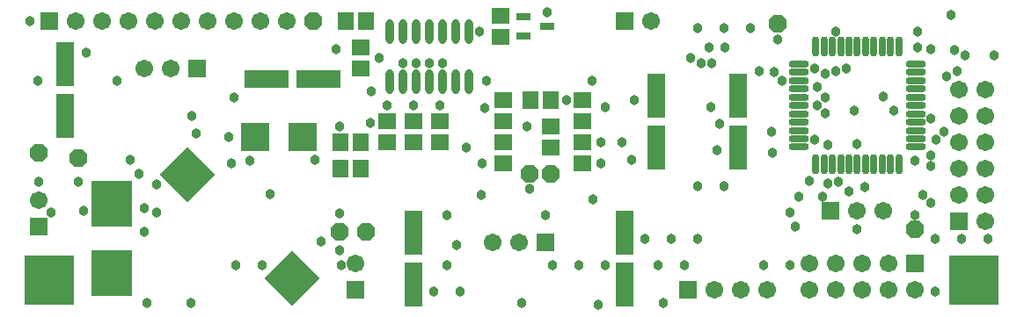
<source format=gts>
G04 Layer_Color=8388736*
%FSLAX25Y25*%
%MOIN*%
G70*
G01*
G75*
%ADD44R,0.06706X0.06312*%
%ADD45P,0.07258X8X112.5*%
%ADD46R,0.15761X0.17532*%
%ADD47P,0.21175X4X360.0*%
%ADD48R,0.07099X0.16548*%
%ADD49R,0.16548X0.07099*%
%ADD50R,0.10642X0.10642*%
%ADD51R,0.06312X0.06706*%
%ADD52O,0.03162X0.09461*%
%ADD53P,0.07258X8X22.5*%
%ADD54R,0.05328X0.03162*%
%ADD55O,0.02965X0.07690*%
%ADD56O,0.07690X0.02965*%
%ADD57R,0.18800X0.18800*%
%ADD58C,0.06706*%
%ADD59R,0.06706X0.06706*%
%ADD60R,0.06706X0.06706*%
%ADD61C,0.03800*%
D44*
X130000Y92063D02*
D03*
Y99937D02*
D03*
X140000Y71937D02*
D03*
Y64063D02*
D03*
X150000Y71937D02*
D03*
Y64063D02*
D03*
X160000D02*
D03*
Y71937D02*
D03*
X184000Y63937D02*
D03*
Y56063D02*
D03*
Y72063D02*
D03*
Y79937D02*
D03*
X214000D02*
D03*
Y72063D02*
D03*
X202000Y62063D02*
D03*
Y69937D02*
D03*
X214000Y56063D02*
D03*
Y63937D02*
D03*
X183000Y104063D02*
D03*
Y111937D02*
D03*
D45*
X8000Y60000D02*
D03*
X23000Y58000D02*
D03*
X112000Y110000D02*
D03*
X132000Y30000D02*
D03*
X202000Y52000D02*
D03*
D46*
X35433Y40846D02*
D03*
Y14272D02*
D03*
D47*
X64234Y51766D02*
D03*
X103766Y12234D02*
D03*
D48*
X18000Y93843D02*
D03*
Y74158D02*
D03*
X150000Y29842D02*
D03*
Y10158D02*
D03*
X230000Y29842D02*
D03*
Y10158D02*
D03*
X242000Y62157D02*
D03*
Y81842D02*
D03*
X273000Y62157D02*
D03*
Y81842D02*
D03*
D49*
X94157Y88000D02*
D03*
X113842D02*
D03*
D50*
X90000Y66000D02*
D03*
X107717D02*
D03*
D51*
X131937Y110000D02*
D03*
X124063D02*
D03*
X129937Y54000D02*
D03*
X122063D02*
D03*
Y64000D02*
D03*
X129937D02*
D03*
X201937Y80000D02*
D03*
X194063D02*
D03*
D52*
X141000Y87102D02*
D03*
X146000D02*
D03*
X151000D02*
D03*
X156000D02*
D03*
X161000D02*
D03*
X166000D02*
D03*
X171000D02*
D03*
X141000Y106000D02*
D03*
X146000D02*
D03*
X151000D02*
D03*
X156000D02*
D03*
X161000D02*
D03*
X166000D02*
D03*
X171000D02*
D03*
D53*
X122000Y30000D02*
D03*
X194000Y52000D02*
D03*
X288000Y109000D02*
D03*
X340000Y31000D02*
D03*
D54*
X191571Y111740D02*
D03*
Y104260D02*
D03*
X200429Y108000D02*
D03*
D55*
X333748Y100244D02*
D03*
X330598D02*
D03*
X327449D02*
D03*
X324299D02*
D03*
X321150D02*
D03*
X318000D02*
D03*
X314850D02*
D03*
X311701D02*
D03*
X308551D02*
D03*
X305402D02*
D03*
X302252D02*
D03*
Y55756D02*
D03*
X305402D02*
D03*
X308551D02*
D03*
X311701D02*
D03*
X314850D02*
D03*
X318000D02*
D03*
X321150D02*
D03*
X324299D02*
D03*
X327449D02*
D03*
X330598D02*
D03*
X333748D02*
D03*
D56*
X295756Y93748D02*
D03*
Y90598D02*
D03*
Y87449D02*
D03*
Y84299D02*
D03*
Y81150D02*
D03*
Y78000D02*
D03*
Y74850D02*
D03*
Y71701D02*
D03*
Y68551D02*
D03*
Y65402D02*
D03*
Y62252D02*
D03*
X340244D02*
D03*
Y65402D02*
D03*
Y68551D02*
D03*
Y71701D02*
D03*
Y74850D02*
D03*
Y78000D02*
D03*
Y81150D02*
D03*
Y84299D02*
D03*
Y87449D02*
D03*
Y90598D02*
D03*
Y93748D02*
D03*
D57*
X362205Y11811D02*
D03*
X11811D02*
D03*
D58*
X366417Y34055D02*
D03*
Y44055D02*
D03*
X356417D02*
D03*
X366417Y54055D02*
D03*
X356417D02*
D03*
X366417Y64055D02*
D03*
X356417D02*
D03*
X366417Y74055D02*
D03*
X356417D02*
D03*
X366417Y84055D02*
D03*
X356417D02*
D03*
X8000Y42000D02*
D03*
X22000Y110000D02*
D03*
X42000D02*
D03*
X52000D02*
D03*
X62000D02*
D03*
X72000D02*
D03*
X82000D02*
D03*
X92000D02*
D03*
X102000D02*
D03*
X32000D02*
D03*
X48000Y92000D02*
D03*
X58000D02*
D03*
X180000Y26000D02*
D03*
X190000D02*
D03*
X240000Y110000D02*
D03*
X328000Y38000D02*
D03*
X318000D02*
D03*
X340000Y8000D02*
D03*
X330000Y18000D02*
D03*
Y8000D02*
D03*
X320000Y18000D02*
D03*
Y8000D02*
D03*
X310000Y18000D02*
D03*
Y8000D02*
D03*
X300000Y18000D02*
D03*
Y8000D02*
D03*
X264000D02*
D03*
X274000D02*
D03*
X284000D02*
D03*
X128000Y18000D02*
D03*
D59*
X356417Y34055D02*
D03*
X8000Y32000D02*
D03*
X128000Y8000D02*
D03*
D60*
X12000Y110000D02*
D03*
X68000Y92000D02*
D03*
X200000Y26000D02*
D03*
X230000Y110000D02*
D03*
X308000Y38000D02*
D03*
X340000Y18000D02*
D03*
X254000Y8000D02*
D03*
D61*
X370000Y97000D02*
D03*
X218000Y42500D02*
D03*
X175500Y44000D02*
D03*
X95500Y44500D02*
D03*
X134000Y83500D02*
D03*
X200500Y113500D02*
D03*
X233500Y80000D02*
D03*
X346000Y73000D02*
D03*
X294500Y32000D02*
D03*
X194000Y46500D02*
D03*
X23000Y49000D02*
D03*
X305000Y43500D02*
D03*
X300000Y49500D02*
D03*
X340000Y36500D02*
D03*
X328000Y81500D02*
D03*
X341000Y100000D02*
D03*
X318000Y63500D02*
D03*
X133500Y71500D02*
D03*
X200000Y36500D02*
D03*
X162500D02*
D03*
X120500Y99500D02*
D03*
X318000Y31000D02*
D03*
X346000Y55000D02*
D03*
X343000Y44000D02*
D03*
X346000Y59000D02*
D03*
Y41000D02*
D03*
X348000Y65000D02*
D03*
X359000Y97000D02*
D03*
X355000Y99000D02*
D03*
X352000Y89000D02*
D03*
X351000Y68000D02*
D03*
X289449Y87449D02*
D03*
X286402Y90598D02*
D03*
X288000Y103000D02*
D03*
X341000Y106000D02*
D03*
X268000Y100000D02*
D03*
X263000Y94000D02*
D03*
X259000D02*
D03*
X255000Y96000D02*
D03*
X317000Y76000D02*
D03*
X303000Y78000D02*
D03*
X306000Y81000D02*
D03*
Y75000D02*
D03*
X303000Y85000D02*
D03*
X332000Y76000D02*
D03*
X150000Y78000D02*
D03*
X302000Y65000D02*
D03*
X356000Y91000D02*
D03*
X340000Y57000D02*
D03*
X314000Y92000D02*
D03*
X310000Y106000D02*
D03*
X170000Y62000D02*
D03*
X122000Y70000D02*
D03*
X166200Y25200D02*
D03*
X81000Y56000D02*
D03*
X46000Y52000D02*
D03*
X8000Y49000D02*
D03*
X286000Y60000D02*
D03*
X266000Y71000D02*
D03*
X66000Y74000D02*
D03*
X137000Y96000D02*
D03*
X161000Y94000D02*
D03*
X175000Y106000D02*
D03*
X146000Y94000D02*
D03*
X151000D02*
D03*
X156000D02*
D03*
X48000Y39000D02*
D03*
Y30000D02*
D03*
X25000Y38000D02*
D03*
X122000Y23000D02*
D03*
X80000Y66000D02*
D03*
X140000Y78000D02*
D03*
X122000Y37000D02*
D03*
X221000Y56000D02*
D03*
X229000Y64000D02*
D03*
X176000Y56000D02*
D03*
X295756Y43244D02*
D03*
X281000Y91000D02*
D03*
X221000Y64000D02*
D03*
X193000Y70000D02*
D03*
X208000Y80000D02*
D03*
X177000Y77000D02*
D03*
X310000Y91000D02*
D03*
X302000Y92000D02*
D03*
X306000Y90000D02*
D03*
X262000Y100000D02*
D03*
X311000Y49000D02*
D03*
X160000Y78000D02*
D03*
X321000Y47000D02*
D03*
X265000Y61000D02*
D03*
X162500Y17500D02*
D03*
X157500Y7500D02*
D03*
X67500Y67500D02*
D03*
X12500Y37500D02*
D03*
X347500Y27500D02*
D03*
X242500Y17500D02*
D03*
X347500Y7500D02*
D03*
X237500Y27500D02*
D03*
X262500Y77500D02*
D03*
X257500Y27500D02*
D03*
X82500Y17500D02*
D03*
X367500Y27500D02*
D03*
X357500D02*
D03*
X277500Y107500D02*
D03*
X177500Y87500D02*
D03*
X292500Y17500D02*
D03*
X257500Y107500D02*
D03*
X42500Y57500D02*
D03*
X292500Y37500D02*
D03*
X282500Y17500D02*
D03*
X92500D02*
D03*
X267500Y107500D02*
D03*
X232500Y57500D02*
D03*
X112500D02*
D03*
X247500Y27500D02*
D03*
X217500Y87500D02*
D03*
X212500Y17500D02*
D03*
X52500Y37500D02*
D03*
X252500Y17500D02*
D03*
X202500D02*
D03*
X122500D02*
D03*
X37500Y87500D02*
D03*
X267500Y47500D02*
D03*
X7500Y87500D02*
D03*
X222500Y77500D02*
D03*
X257500Y47500D02*
D03*
X167500Y7500D02*
D03*
X222500Y17500D02*
D03*
X4500Y110000D02*
D03*
X52500Y48000D02*
D03*
X49000Y3000D02*
D03*
X65500D02*
D03*
X115000Y26500D02*
D03*
X88000Y57000D02*
D03*
X82000Y81000D02*
D03*
X26000Y98000D02*
D03*
X191000Y3000D02*
D03*
X220000Y2500D02*
D03*
X244500Y3000D02*
D03*
X315000Y45500D02*
D03*
X307000Y48500D02*
D03*
Y63000D02*
D03*
X285500Y68000D02*
D03*
X353500Y112500D02*
D03*
X346000Y99500D02*
D03*
M02*

</source>
